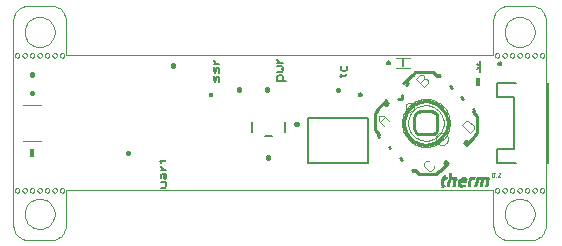
<source format=gto>
G75*
%MOIN*%
%OFA0B0*%
%FSLAX24Y24*%
%IPPOS*%
%LPD*%
%AMOC8*
5,1,8,0,0,1.08239X$1,22.5*
%
%ADD10C,0.0000*%
%ADD11C,0.0050*%
%ADD12C,0.0080*%
%ADD13C,0.0100*%
%ADD14C,0.0020*%
%ADD15C,0.0040*%
%ADD16R,0.0050X0.0305*%
%ADD17C,0.0160*%
%ADD18R,0.0160X0.0280*%
%ADD19R,0.0177X0.0177*%
%ADD20R,0.0100X0.0020*%
%ADD21R,0.0160X0.0020*%
%ADD22R,0.0180X0.0020*%
%ADD23R,0.0240X0.0020*%
%ADD24R,0.0140X0.0020*%
%ADD25R,0.0060X0.0020*%
%ADD26R,0.0120X0.0020*%
%ADD27R,0.0080X0.0020*%
%ADD28R,0.0300X0.0020*%
%ADD29R,0.0200X0.0020*%
%ADD30R,0.0280X0.0020*%
%ADD31R,0.0440X0.0020*%
%ADD32R,0.0220X0.0020*%
%ADD33R,0.0260X0.0020*%
%ADD34R,0.0020X0.0020*%
%ADD35R,0.0040X0.0020*%
D10*
X004943Y002737D02*
X005693Y002737D01*
X005737Y002739D01*
X005780Y002745D01*
X005822Y002754D01*
X005864Y002767D01*
X005904Y002784D01*
X005943Y002804D01*
X005980Y002827D01*
X006014Y002854D01*
X006047Y002883D01*
X006076Y002916D01*
X006103Y002950D01*
X006126Y002987D01*
X006146Y003026D01*
X006163Y003066D01*
X006176Y003108D01*
X006185Y003150D01*
X006191Y003193D01*
X006193Y003237D01*
X006193Y004393D01*
X020443Y004393D01*
X020443Y003237D01*
X020445Y003193D01*
X020451Y003150D01*
X020460Y003108D01*
X020473Y003066D01*
X020490Y003026D01*
X020510Y002987D01*
X020533Y002950D01*
X020560Y002916D01*
X020589Y002883D01*
X020622Y002854D01*
X020656Y002827D01*
X020693Y002804D01*
X020732Y002784D01*
X020772Y002767D01*
X020814Y002754D01*
X020856Y002745D01*
X020899Y002739D01*
X020943Y002737D01*
X021693Y002737D01*
X021737Y002739D01*
X021780Y002745D01*
X021822Y002754D01*
X021864Y002767D01*
X021904Y002784D01*
X021943Y002804D01*
X021980Y002827D01*
X022014Y002854D01*
X022047Y002883D01*
X022076Y002916D01*
X022103Y002950D01*
X022126Y002987D01*
X022146Y003026D01*
X022163Y003066D01*
X022176Y003108D01*
X022185Y003150D01*
X022191Y003193D01*
X022193Y003237D01*
X022193Y010050D01*
X022191Y010094D01*
X022185Y010137D01*
X022176Y010179D01*
X022163Y010221D01*
X022146Y010261D01*
X022126Y010300D01*
X022103Y010337D01*
X022076Y010371D01*
X022047Y010404D01*
X022014Y010433D01*
X021980Y010460D01*
X021943Y010483D01*
X021904Y010503D01*
X021864Y010520D01*
X021822Y010533D01*
X021780Y010542D01*
X021737Y010548D01*
X021693Y010550D01*
X020943Y010550D01*
X020899Y010548D01*
X020856Y010542D01*
X020814Y010533D01*
X020772Y010520D01*
X020732Y010503D01*
X020693Y010483D01*
X020656Y010460D01*
X020622Y010433D01*
X020589Y010404D01*
X020560Y010371D01*
X020533Y010337D01*
X020510Y010300D01*
X020490Y010261D01*
X020473Y010221D01*
X020460Y010179D01*
X020451Y010137D01*
X020445Y010094D01*
X020443Y010050D01*
X020443Y008893D01*
X006193Y008893D01*
X006193Y010050D01*
X006191Y010094D01*
X006185Y010137D01*
X006176Y010179D01*
X006163Y010221D01*
X006146Y010261D01*
X006126Y010300D01*
X006103Y010337D01*
X006076Y010371D01*
X006047Y010404D01*
X006014Y010433D01*
X005980Y010460D01*
X005943Y010483D01*
X005904Y010503D01*
X005864Y010520D01*
X005822Y010533D01*
X005780Y010542D01*
X005737Y010548D01*
X005693Y010550D01*
X004943Y010550D01*
X004899Y010548D01*
X004856Y010542D01*
X004814Y010533D01*
X004772Y010520D01*
X004732Y010503D01*
X004693Y010483D01*
X004656Y010460D01*
X004622Y010433D01*
X004589Y010404D01*
X004560Y010371D01*
X004533Y010337D01*
X004510Y010300D01*
X004490Y010261D01*
X004473Y010221D01*
X004460Y010179D01*
X004451Y010137D01*
X004445Y010094D01*
X004443Y010050D01*
X004443Y003237D01*
X004445Y003193D01*
X004451Y003150D01*
X004460Y003108D01*
X004473Y003066D01*
X004490Y003026D01*
X004510Y002987D01*
X004533Y002950D01*
X004560Y002916D01*
X004589Y002883D01*
X004622Y002854D01*
X004656Y002827D01*
X004693Y002804D01*
X004732Y002784D01*
X004772Y002767D01*
X004814Y002754D01*
X004856Y002745D01*
X004899Y002739D01*
X004943Y002737D01*
X004818Y003612D02*
X004820Y003656D01*
X004826Y003700D01*
X004836Y003743D01*
X004849Y003785D01*
X004866Y003826D01*
X004887Y003865D01*
X004911Y003902D01*
X004938Y003937D01*
X004968Y003969D01*
X005001Y003999D01*
X005037Y004025D01*
X005074Y004049D01*
X005114Y004068D01*
X005155Y004085D01*
X005198Y004097D01*
X005241Y004106D01*
X005285Y004111D01*
X005329Y004112D01*
X005373Y004109D01*
X005417Y004102D01*
X005460Y004091D01*
X005502Y004077D01*
X005542Y004059D01*
X005581Y004037D01*
X005617Y004013D01*
X005651Y003985D01*
X005683Y003954D01*
X005712Y003920D01*
X005738Y003884D01*
X005760Y003846D01*
X005779Y003806D01*
X005794Y003764D01*
X005806Y003722D01*
X005814Y003678D01*
X005818Y003634D01*
X005818Y003590D01*
X005814Y003546D01*
X005806Y003502D01*
X005794Y003460D01*
X005779Y003418D01*
X005760Y003378D01*
X005738Y003340D01*
X005712Y003304D01*
X005683Y003270D01*
X005651Y003239D01*
X005617Y003211D01*
X005581Y003187D01*
X005542Y003165D01*
X005502Y003147D01*
X005460Y003133D01*
X005417Y003122D01*
X005373Y003115D01*
X005329Y003112D01*
X005285Y003113D01*
X005241Y003118D01*
X005198Y003127D01*
X005155Y003139D01*
X005114Y003156D01*
X005074Y003175D01*
X005037Y003199D01*
X005001Y003225D01*
X004968Y003255D01*
X004938Y003287D01*
X004911Y003322D01*
X004887Y003359D01*
X004866Y003398D01*
X004849Y003439D01*
X004836Y003481D01*
X004826Y003524D01*
X004820Y003568D01*
X004818Y003612D01*
X004743Y004393D02*
X004745Y004410D01*
X004750Y004426D01*
X004759Y004440D01*
X004771Y004452D01*
X004785Y004461D01*
X004801Y004466D01*
X004818Y004468D01*
X004835Y004466D01*
X004851Y004461D01*
X004865Y004452D01*
X004877Y004440D01*
X004886Y004426D01*
X004891Y004410D01*
X004893Y004393D01*
X004891Y004376D01*
X004886Y004360D01*
X004877Y004346D01*
X004865Y004334D01*
X004851Y004325D01*
X004835Y004320D01*
X004818Y004318D01*
X004801Y004320D01*
X004785Y004325D01*
X004771Y004334D01*
X004759Y004346D01*
X004750Y004360D01*
X004745Y004376D01*
X004743Y004393D01*
X004493Y004393D02*
X004495Y004410D01*
X004500Y004426D01*
X004509Y004440D01*
X004521Y004452D01*
X004535Y004461D01*
X004551Y004466D01*
X004568Y004468D01*
X004585Y004466D01*
X004601Y004461D01*
X004615Y004452D01*
X004627Y004440D01*
X004636Y004426D01*
X004641Y004410D01*
X004643Y004393D01*
X004641Y004376D01*
X004636Y004360D01*
X004627Y004346D01*
X004615Y004334D01*
X004601Y004325D01*
X004585Y004320D01*
X004568Y004318D01*
X004551Y004320D01*
X004535Y004325D01*
X004521Y004334D01*
X004509Y004346D01*
X004500Y004360D01*
X004495Y004376D01*
X004493Y004393D01*
X004993Y004393D02*
X004995Y004410D01*
X005000Y004426D01*
X005009Y004440D01*
X005021Y004452D01*
X005035Y004461D01*
X005051Y004466D01*
X005068Y004468D01*
X005085Y004466D01*
X005101Y004461D01*
X005115Y004452D01*
X005127Y004440D01*
X005136Y004426D01*
X005141Y004410D01*
X005143Y004393D01*
X005141Y004376D01*
X005136Y004360D01*
X005127Y004346D01*
X005115Y004334D01*
X005101Y004325D01*
X005085Y004320D01*
X005068Y004318D01*
X005051Y004320D01*
X005035Y004325D01*
X005021Y004334D01*
X005009Y004346D01*
X005000Y004360D01*
X004995Y004376D01*
X004993Y004393D01*
X005243Y004393D02*
X005245Y004410D01*
X005250Y004426D01*
X005259Y004440D01*
X005271Y004452D01*
X005285Y004461D01*
X005301Y004466D01*
X005318Y004468D01*
X005335Y004466D01*
X005351Y004461D01*
X005365Y004452D01*
X005377Y004440D01*
X005386Y004426D01*
X005391Y004410D01*
X005393Y004393D01*
X005391Y004376D01*
X005386Y004360D01*
X005377Y004346D01*
X005365Y004334D01*
X005351Y004325D01*
X005335Y004320D01*
X005318Y004318D01*
X005301Y004320D01*
X005285Y004325D01*
X005271Y004334D01*
X005259Y004346D01*
X005250Y004360D01*
X005245Y004376D01*
X005243Y004393D01*
X005493Y004393D02*
X005495Y004410D01*
X005500Y004426D01*
X005509Y004440D01*
X005521Y004452D01*
X005535Y004461D01*
X005551Y004466D01*
X005568Y004468D01*
X005585Y004466D01*
X005601Y004461D01*
X005615Y004452D01*
X005627Y004440D01*
X005636Y004426D01*
X005641Y004410D01*
X005643Y004393D01*
X005641Y004376D01*
X005636Y004360D01*
X005627Y004346D01*
X005615Y004334D01*
X005601Y004325D01*
X005585Y004320D01*
X005568Y004318D01*
X005551Y004320D01*
X005535Y004325D01*
X005521Y004334D01*
X005509Y004346D01*
X005500Y004360D01*
X005495Y004376D01*
X005493Y004393D01*
X005743Y004393D02*
X005745Y004410D01*
X005750Y004426D01*
X005759Y004440D01*
X005771Y004452D01*
X005785Y004461D01*
X005801Y004466D01*
X005818Y004468D01*
X005835Y004466D01*
X005851Y004461D01*
X005865Y004452D01*
X005877Y004440D01*
X005886Y004426D01*
X005891Y004410D01*
X005893Y004393D01*
X005891Y004376D01*
X005886Y004360D01*
X005877Y004346D01*
X005865Y004334D01*
X005851Y004325D01*
X005835Y004320D01*
X005818Y004318D01*
X005801Y004320D01*
X005785Y004325D01*
X005771Y004334D01*
X005759Y004346D01*
X005750Y004360D01*
X005745Y004376D01*
X005743Y004393D01*
X005993Y004393D02*
X005995Y004410D01*
X006000Y004426D01*
X006009Y004440D01*
X006021Y004452D01*
X006035Y004461D01*
X006051Y004466D01*
X006068Y004468D01*
X006085Y004466D01*
X006101Y004461D01*
X006115Y004452D01*
X006127Y004440D01*
X006136Y004426D01*
X006141Y004410D01*
X006143Y004393D01*
X006141Y004376D01*
X006136Y004360D01*
X006127Y004346D01*
X006115Y004334D01*
X006101Y004325D01*
X006085Y004320D01*
X006068Y004318D01*
X006051Y004320D01*
X006035Y004325D01*
X006021Y004334D01*
X006009Y004346D01*
X006000Y004360D01*
X005995Y004376D01*
X005993Y004393D01*
X005993Y008893D02*
X005995Y008910D01*
X006000Y008926D01*
X006009Y008940D01*
X006021Y008952D01*
X006035Y008961D01*
X006051Y008966D01*
X006068Y008968D01*
X006085Y008966D01*
X006101Y008961D01*
X006115Y008952D01*
X006127Y008940D01*
X006136Y008926D01*
X006141Y008910D01*
X006143Y008893D01*
X006141Y008876D01*
X006136Y008860D01*
X006127Y008846D01*
X006115Y008834D01*
X006101Y008825D01*
X006085Y008820D01*
X006068Y008818D01*
X006051Y008820D01*
X006035Y008825D01*
X006021Y008834D01*
X006009Y008846D01*
X006000Y008860D01*
X005995Y008876D01*
X005993Y008893D01*
X005743Y008893D02*
X005745Y008910D01*
X005750Y008926D01*
X005759Y008940D01*
X005771Y008952D01*
X005785Y008961D01*
X005801Y008966D01*
X005818Y008968D01*
X005835Y008966D01*
X005851Y008961D01*
X005865Y008952D01*
X005877Y008940D01*
X005886Y008926D01*
X005891Y008910D01*
X005893Y008893D01*
X005891Y008876D01*
X005886Y008860D01*
X005877Y008846D01*
X005865Y008834D01*
X005851Y008825D01*
X005835Y008820D01*
X005818Y008818D01*
X005801Y008820D01*
X005785Y008825D01*
X005771Y008834D01*
X005759Y008846D01*
X005750Y008860D01*
X005745Y008876D01*
X005743Y008893D01*
X005493Y008893D02*
X005495Y008910D01*
X005500Y008926D01*
X005509Y008940D01*
X005521Y008952D01*
X005535Y008961D01*
X005551Y008966D01*
X005568Y008968D01*
X005585Y008966D01*
X005601Y008961D01*
X005615Y008952D01*
X005627Y008940D01*
X005636Y008926D01*
X005641Y008910D01*
X005643Y008893D01*
X005641Y008876D01*
X005636Y008860D01*
X005627Y008846D01*
X005615Y008834D01*
X005601Y008825D01*
X005585Y008820D01*
X005568Y008818D01*
X005551Y008820D01*
X005535Y008825D01*
X005521Y008834D01*
X005509Y008846D01*
X005500Y008860D01*
X005495Y008876D01*
X005493Y008893D01*
X005243Y008893D02*
X005245Y008910D01*
X005250Y008926D01*
X005259Y008940D01*
X005271Y008952D01*
X005285Y008961D01*
X005301Y008966D01*
X005318Y008968D01*
X005335Y008966D01*
X005351Y008961D01*
X005365Y008952D01*
X005377Y008940D01*
X005386Y008926D01*
X005391Y008910D01*
X005393Y008893D01*
X005391Y008876D01*
X005386Y008860D01*
X005377Y008846D01*
X005365Y008834D01*
X005351Y008825D01*
X005335Y008820D01*
X005318Y008818D01*
X005301Y008820D01*
X005285Y008825D01*
X005271Y008834D01*
X005259Y008846D01*
X005250Y008860D01*
X005245Y008876D01*
X005243Y008893D01*
X004993Y008893D02*
X004995Y008910D01*
X005000Y008926D01*
X005009Y008940D01*
X005021Y008952D01*
X005035Y008961D01*
X005051Y008966D01*
X005068Y008968D01*
X005085Y008966D01*
X005101Y008961D01*
X005115Y008952D01*
X005127Y008940D01*
X005136Y008926D01*
X005141Y008910D01*
X005143Y008893D01*
X005141Y008876D01*
X005136Y008860D01*
X005127Y008846D01*
X005115Y008834D01*
X005101Y008825D01*
X005085Y008820D01*
X005068Y008818D01*
X005051Y008820D01*
X005035Y008825D01*
X005021Y008834D01*
X005009Y008846D01*
X005000Y008860D01*
X004995Y008876D01*
X004993Y008893D01*
X004743Y008893D02*
X004745Y008910D01*
X004750Y008926D01*
X004759Y008940D01*
X004771Y008952D01*
X004785Y008961D01*
X004801Y008966D01*
X004818Y008968D01*
X004835Y008966D01*
X004851Y008961D01*
X004865Y008952D01*
X004877Y008940D01*
X004886Y008926D01*
X004891Y008910D01*
X004893Y008893D01*
X004891Y008876D01*
X004886Y008860D01*
X004877Y008846D01*
X004865Y008834D01*
X004851Y008825D01*
X004835Y008820D01*
X004818Y008818D01*
X004801Y008820D01*
X004785Y008825D01*
X004771Y008834D01*
X004759Y008846D01*
X004750Y008860D01*
X004745Y008876D01*
X004743Y008893D01*
X004493Y008893D02*
X004495Y008910D01*
X004500Y008926D01*
X004509Y008940D01*
X004521Y008952D01*
X004535Y008961D01*
X004551Y008966D01*
X004568Y008968D01*
X004585Y008966D01*
X004601Y008961D01*
X004615Y008952D01*
X004627Y008940D01*
X004636Y008926D01*
X004641Y008910D01*
X004643Y008893D01*
X004641Y008876D01*
X004636Y008860D01*
X004627Y008846D01*
X004615Y008834D01*
X004601Y008825D01*
X004585Y008820D01*
X004568Y008818D01*
X004551Y008820D01*
X004535Y008825D01*
X004521Y008834D01*
X004509Y008846D01*
X004500Y008860D01*
X004495Y008876D01*
X004493Y008893D01*
X004818Y009675D02*
X004820Y009719D01*
X004826Y009763D01*
X004836Y009806D01*
X004849Y009848D01*
X004866Y009889D01*
X004887Y009928D01*
X004911Y009965D01*
X004938Y010000D01*
X004968Y010032D01*
X005001Y010062D01*
X005037Y010088D01*
X005074Y010112D01*
X005114Y010131D01*
X005155Y010148D01*
X005198Y010160D01*
X005241Y010169D01*
X005285Y010174D01*
X005329Y010175D01*
X005373Y010172D01*
X005417Y010165D01*
X005460Y010154D01*
X005502Y010140D01*
X005542Y010122D01*
X005581Y010100D01*
X005617Y010076D01*
X005651Y010048D01*
X005683Y010017D01*
X005712Y009983D01*
X005738Y009947D01*
X005760Y009909D01*
X005779Y009869D01*
X005794Y009827D01*
X005806Y009785D01*
X005814Y009741D01*
X005818Y009697D01*
X005818Y009653D01*
X005814Y009609D01*
X005806Y009565D01*
X005794Y009523D01*
X005779Y009481D01*
X005760Y009441D01*
X005738Y009403D01*
X005712Y009367D01*
X005683Y009333D01*
X005651Y009302D01*
X005617Y009274D01*
X005581Y009250D01*
X005542Y009228D01*
X005502Y009210D01*
X005460Y009196D01*
X005417Y009185D01*
X005373Y009178D01*
X005329Y009175D01*
X005285Y009176D01*
X005241Y009181D01*
X005198Y009190D01*
X005155Y009202D01*
X005114Y009219D01*
X005074Y009238D01*
X005037Y009262D01*
X005001Y009288D01*
X004968Y009318D01*
X004938Y009350D01*
X004911Y009385D01*
X004887Y009422D01*
X004866Y009461D01*
X004849Y009502D01*
X004836Y009544D01*
X004826Y009587D01*
X004820Y009631D01*
X004818Y009675D01*
X017516Y007172D02*
X017518Y007196D01*
X017524Y007219D01*
X017533Y007241D01*
X017546Y007261D01*
X017561Y007279D01*
X017580Y007294D01*
X017601Y007306D01*
X017623Y007314D01*
X017646Y007319D01*
X017670Y007320D01*
X017694Y007317D01*
X017716Y007310D01*
X017738Y007300D01*
X017758Y007287D01*
X017775Y007270D01*
X017789Y007251D01*
X017800Y007230D01*
X017808Y007207D01*
X017812Y007184D01*
X017812Y007160D01*
X017808Y007137D01*
X017800Y007114D01*
X017789Y007093D01*
X017775Y007074D01*
X017758Y007057D01*
X017738Y007044D01*
X017716Y007034D01*
X017694Y007027D01*
X017670Y007024D01*
X017646Y007025D01*
X017623Y007030D01*
X017601Y007038D01*
X017580Y007050D01*
X017561Y007065D01*
X017546Y007083D01*
X017533Y007103D01*
X017524Y007125D01*
X017518Y007148D01*
X017516Y007172D01*
X018515Y006114D02*
X018517Y006142D01*
X018523Y006170D01*
X018532Y006196D01*
X018545Y006222D01*
X018561Y006245D01*
X018581Y006265D01*
X018603Y006283D01*
X018627Y006298D01*
X018653Y006309D01*
X018680Y006317D01*
X018708Y006321D01*
X018736Y006321D01*
X018764Y006317D01*
X018791Y006309D01*
X018817Y006298D01*
X018841Y006283D01*
X018863Y006265D01*
X018883Y006245D01*
X018899Y006222D01*
X018912Y006196D01*
X018921Y006170D01*
X018927Y006142D01*
X018929Y006114D01*
X018927Y006086D01*
X018921Y006058D01*
X018912Y006032D01*
X018899Y006006D01*
X018883Y005983D01*
X018863Y005963D01*
X018841Y005945D01*
X018817Y005930D01*
X018791Y005919D01*
X018764Y005911D01*
X018736Y005907D01*
X018708Y005907D01*
X018680Y005911D01*
X018653Y005919D01*
X018627Y005930D01*
X018603Y005945D01*
X018581Y005963D01*
X018561Y005983D01*
X018545Y006006D01*
X018532Y006032D01*
X018523Y006058D01*
X018517Y006086D01*
X018515Y006114D01*
X020493Y004393D02*
X020495Y004410D01*
X020500Y004426D01*
X020509Y004440D01*
X020521Y004452D01*
X020535Y004461D01*
X020551Y004466D01*
X020568Y004468D01*
X020585Y004466D01*
X020601Y004461D01*
X020615Y004452D01*
X020627Y004440D01*
X020636Y004426D01*
X020641Y004410D01*
X020643Y004393D01*
X020641Y004376D01*
X020636Y004360D01*
X020627Y004346D01*
X020615Y004334D01*
X020601Y004325D01*
X020585Y004320D01*
X020568Y004318D01*
X020551Y004320D01*
X020535Y004325D01*
X020521Y004334D01*
X020509Y004346D01*
X020500Y004360D01*
X020495Y004376D01*
X020493Y004393D01*
X020743Y004393D02*
X020745Y004410D01*
X020750Y004426D01*
X020759Y004440D01*
X020771Y004452D01*
X020785Y004461D01*
X020801Y004466D01*
X020818Y004468D01*
X020835Y004466D01*
X020851Y004461D01*
X020865Y004452D01*
X020877Y004440D01*
X020886Y004426D01*
X020891Y004410D01*
X020893Y004393D01*
X020891Y004376D01*
X020886Y004360D01*
X020877Y004346D01*
X020865Y004334D01*
X020851Y004325D01*
X020835Y004320D01*
X020818Y004318D01*
X020801Y004320D01*
X020785Y004325D01*
X020771Y004334D01*
X020759Y004346D01*
X020750Y004360D01*
X020745Y004376D01*
X020743Y004393D01*
X020993Y004393D02*
X020995Y004410D01*
X021000Y004426D01*
X021009Y004440D01*
X021021Y004452D01*
X021035Y004461D01*
X021051Y004466D01*
X021068Y004468D01*
X021085Y004466D01*
X021101Y004461D01*
X021115Y004452D01*
X021127Y004440D01*
X021136Y004426D01*
X021141Y004410D01*
X021143Y004393D01*
X021141Y004376D01*
X021136Y004360D01*
X021127Y004346D01*
X021115Y004334D01*
X021101Y004325D01*
X021085Y004320D01*
X021068Y004318D01*
X021051Y004320D01*
X021035Y004325D01*
X021021Y004334D01*
X021009Y004346D01*
X021000Y004360D01*
X020995Y004376D01*
X020993Y004393D01*
X021243Y004393D02*
X021245Y004410D01*
X021250Y004426D01*
X021259Y004440D01*
X021271Y004452D01*
X021285Y004461D01*
X021301Y004466D01*
X021318Y004468D01*
X021335Y004466D01*
X021351Y004461D01*
X021365Y004452D01*
X021377Y004440D01*
X021386Y004426D01*
X021391Y004410D01*
X021393Y004393D01*
X021391Y004376D01*
X021386Y004360D01*
X021377Y004346D01*
X021365Y004334D01*
X021351Y004325D01*
X021335Y004320D01*
X021318Y004318D01*
X021301Y004320D01*
X021285Y004325D01*
X021271Y004334D01*
X021259Y004346D01*
X021250Y004360D01*
X021245Y004376D01*
X021243Y004393D01*
X021493Y004393D02*
X021495Y004410D01*
X021500Y004426D01*
X021509Y004440D01*
X021521Y004452D01*
X021535Y004461D01*
X021551Y004466D01*
X021568Y004468D01*
X021585Y004466D01*
X021601Y004461D01*
X021615Y004452D01*
X021627Y004440D01*
X021636Y004426D01*
X021641Y004410D01*
X021643Y004393D01*
X021641Y004376D01*
X021636Y004360D01*
X021627Y004346D01*
X021615Y004334D01*
X021601Y004325D01*
X021585Y004320D01*
X021568Y004318D01*
X021551Y004320D01*
X021535Y004325D01*
X021521Y004334D01*
X021509Y004346D01*
X021500Y004360D01*
X021495Y004376D01*
X021493Y004393D01*
X021743Y004393D02*
X021745Y004410D01*
X021750Y004426D01*
X021759Y004440D01*
X021771Y004452D01*
X021785Y004461D01*
X021801Y004466D01*
X021818Y004468D01*
X021835Y004466D01*
X021851Y004461D01*
X021865Y004452D01*
X021877Y004440D01*
X021886Y004426D01*
X021891Y004410D01*
X021893Y004393D01*
X021891Y004376D01*
X021886Y004360D01*
X021877Y004346D01*
X021865Y004334D01*
X021851Y004325D01*
X021835Y004320D01*
X021818Y004318D01*
X021801Y004320D01*
X021785Y004325D01*
X021771Y004334D01*
X021759Y004346D01*
X021750Y004360D01*
X021745Y004376D01*
X021743Y004393D01*
X021993Y004393D02*
X021995Y004410D01*
X022000Y004426D01*
X022009Y004440D01*
X022021Y004452D01*
X022035Y004461D01*
X022051Y004466D01*
X022068Y004468D01*
X022085Y004466D01*
X022101Y004461D01*
X022115Y004452D01*
X022127Y004440D01*
X022136Y004426D01*
X022141Y004410D01*
X022143Y004393D01*
X022141Y004376D01*
X022136Y004360D01*
X022127Y004346D01*
X022115Y004334D01*
X022101Y004325D01*
X022085Y004320D01*
X022068Y004318D01*
X022051Y004320D01*
X022035Y004325D01*
X022021Y004334D01*
X022009Y004346D01*
X022000Y004360D01*
X021995Y004376D01*
X021993Y004393D01*
X020818Y003612D02*
X020820Y003656D01*
X020826Y003700D01*
X020836Y003743D01*
X020849Y003785D01*
X020866Y003826D01*
X020887Y003865D01*
X020911Y003902D01*
X020938Y003937D01*
X020968Y003969D01*
X021001Y003999D01*
X021037Y004025D01*
X021074Y004049D01*
X021114Y004068D01*
X021155Y004085D01*
X021198Y004097D01*
X021241Y004106D01*
X021285Y004111D01*
X021329Y004112D01*
X021373Y004109D01*
X021417Y004102D01*
X021460Y004091D01*
X021502Y004077D01*
X021542Y004059D01*
X021581Y004037D01*
X021617Y004013D01*
X021651Y003985D01*
X021683Y003954D01*
X021712Y003920D01*
X021738Y003884D01*
X021760Y003846D01*
X021779Y003806D01*
X021794Y003764D01*
X021806Y003722D01*
X021814Y003678D01*
X021818Y003634D01*
X021818Y003590D01*
X021814Y003546D01*
X021806Y003502D01*
X021794Y003460D01*
X021779Y003418D01*
X021760Y003378D01*
X021738Y003340D01*
X021712Y003304D01*
X021683Y003270D01*
X021651Y003239D01*
X021617Y003211D01*
X021581Y003187D01*
X021542Y003165D01*
X021502Y003147D01*
X021460Y003133D01*
X021417Y003122D01*
X021373Y003115D01*
X021329Y003112D01*
X021285Y003113D01*
X021241Y003118D01*
X021198Y003127D01*
X021155Y003139D01*
X021114Y003156D01*
X021074Y003175D01*
X021037Y003199D01*
X021001Y003225D01*
X020968Y003255D01*
X020938Y003287D01*
X020911Y003322D01*
X020887Y003359D01*
X020866Y003398D01*
X020849Y003439D01*
X020836Y003481D01*
X020826Y003524D01*
X020820Y003568D01*
X020818Y003612D01*
X020743Y008893D02*
X020745Y008910D01*
X020750Y008926D01*
X020759Y008940D01*
X020771Y008952D01*
X020785Y008961D01*
X020801Y008966D01*
X020818Y008968D01*
X020835Y008966D01*
X020851Y008961D01*
X020865Y008952D01*
X020877Y008940D01*
X020886Y008926D01*
X020891Y008910D01*
X020893Y008893D01*
X020891Y008876D01*
X020886Y008860D01*
X020877Y008846D01*
X020865Y008834D01*
X020851Y008825D01*
X020835Y008820D01*
X020818Y008818D01*
X020801Y008820D01*
X020785Y008825D01*
X020771Y008834D01*
X020759Y008846D01*
X020750Y008860D01*
X020745Y008876D01*
X020743Y008893D01*
X020493Y008893D02*
X020495Y008910D01*
X020500Y008926D01*
X020509Y008940D01*
X020521Y008952D01*
X020535Y008961D01*
X020551Y008966D01*
X020568Y008968D01*
X020585Y008966D01*
X020601Y008961D01*
X020615Y008952D01*
X020627Y008940D01*
X020636Y008926D01*
X020641Y008910D01*
X020643Y008893D01*
X020641Y008876D01*
X020636Y008860D01*
X020627Y008846D01*
X020615Y008834D01*
X020601Y008825D01*
X020585Y008820D01*
X020568Y008818D01*
X020551Y008820D01*
X020535Y008825D01*
X020521Y008834D01*
X020509Y008846D01*
X020500Y008860D01*
X020495Y008876D01*
X020493Y008893D01*
X020993Y008893D02*
X020995Y008910D01*
X021000Y008926D01*
X021009Y008940D01*
X021021Y008952D01*
X021035Y008961D01*
X021051Y008966D01*
X021068Y008968D01*
X021085Y008966D01*
X021101Y008961D01*
X021115Y008952D01*
X021127Y008940D01*
X021136Y008926D01*
X021141Y008910D01*
X021143Y008893D01*
X021141Y008876D01*
X021136Y008860D01*
X021127Y008846D01*
X021115Y008834D01*
X021101Y008825D01*
X021085Y008820D01*
X021068Y008818D01*
X021051Y008820D01*
X021035Y008825D01*
X021021Y008834D01*
X021009Y008846D01*
X021000Y008860D01*
X020995Y008876D01*
X020993Y008893D01*
X021243Y008893D02*
X021245Y008910D01*
X021250Y008926D01*
X021259Y008940D01*
X021271Y008952D01*
X021285Y008961D01*
X021301Y008966D01*
X021318Y008968D01*
X021335Y008966D01*
X021351Y008961D01*
X021365Y008952D01*
X021377Y008940D01*
X021386Y008926D01*
X021391Y008910D01*
X021393Y008893D01*
X021391Y008876D01*
X021386Y008860D01*
X021377Y008846D01*
X021365Y008834D01*
X021351Y008825D01*
X021335Y008820D01*
X021318Y008818D01*
X021301Y008820D01*
X021285Y008825D01*
X021271Y008834D01*
X021259Y008846D01*
X021250Y008860D01*
X021245Y008876D01*
X021243Y008893D01*
X021493Y008893D02*
X021495Y008910D01*
X021500Y008926D01*
X021509Y008940D01*
X021521Y008952D01*
X021535Y008961D01*
X021551Y008966D01*
X021568Y008968D01*
X021585Y008966D01*
X021601Y008961D01*
X021615Y008952D01*
X021627Y008940D01*
X021636Y008926D01*
X021641Y008910D01*
X021643Y008893D01*
X021641Y008876D01*
X021636Y008860D01*
X021627Y008846D01*
X021615Y008834D01*
X021601Y008825D01*
X021585Y008820D01*
X021568Y008818D01*
X021551Y008820D01*
X021535Y008825D01*
X021521Y008834D01*
X021509Y008846D01*
X021500Y008860D01*
X021495Y008876D01*
X021493Y008893D01*
X021743Y008893D02*
X021745Y008910D01*
X021750Y008926D01*
X021759Y008940D01*
X021771Y008952D01*
X021785Y008961D01*
X021801Y008966D01*
X021818Y008968D01*
X021835Y008966D01*
X021851Y008961D01*
X021865Y008952D01*
X021877Y008940D01*
X021886Y008926D01*
X021891Y008910D01*
X021893Y008893D01*
X021891Y008876D01*
X021886Y008860D01*
X021877Y008846D01*
X021865Y008834D01*
X021851Y008825D01*
X021835Y008820D01*
X021818Y008818D01*
X021801Y008820D01*
X021785Y008825D01*
X021771Y008834D01*
X021759Y008846D01*
X021750Y008860D01*
X021745Y008876D01*
X021743Y008893D01*
X021993Y008893D02*
X021995Y008910D01*
X022000Y008926D01*
X022009Y008940D01*
X022021Y008952D01*
X022035Y008961D01*
X022051Y008966D01*
X022068Y008968D01*
X022085Y008966D01*
X022101Y008961D01*
X022115Y008952D01*
X022127Y008940D01*
X022136Y008926D01*
X022141Y008910D01*
X022143Y008893D01*
X022141Y008876D01*
X022136Y008860D01*
X022127Y008846D01*
X022115Y008834D01*
X022101Y008825D01*
X022085Y008820D01*
X022068Y008818D01*
X022051Y008820D01*
X022035Y008825D01*
X022021Y008834D01*
X022009Y008846D01*
X022000Y008860D01*
X021995Y008876D01*
X021993Y008893D01*
X020818Y009675D02*
X020820Y009719D01*
X020826Y009763D01*
X020836Y009806D01*
X020849Y009848D01*
X020866Y009889D01*
X020887Y009928D01*
X020911Y009965D01*
X020938Y010000D01*
X020968Y010032D01*
X021001Y010062D01*
X021037Y010088D01*
X021074Y010112D01*
X021114Y010131D01*
X021155Y010148D01*
X021198Y010160D01*
X021241Y010169D01*
X021285Y010174D01*
X021329Y010175D01*
X021373Y010172D01*
X021417Y010165D01*
X021460Y010154D01*
X021502Y010140D01*
X021542Y010122D01*
X021581Y010100D01*
X021617Y010076D01*
X021651Y010048D01*
X021683Y010017D01*
X021712Y009983D01*
X021738Y009947D01*
X021760Y009909D01*
X021779Y009869D01*
X021794Y009827D01*
X021806Y009785D01*
X021814Y009741D01*
X021818Y009697D01*
X021818Y009653D01*
X021814Y009609D01*
X021806Y009565D01*
X021794Y009523D01*
X021779Y009481D01*
X021760Y009441D01*
X021738Y009403D01*
X021712Y009367D01*
X021683Y009333D01*
X021651Y009302D01*
X021617Y009274D01*
X021581Y009250D01*
X021542Y009228D01*
X021502Y009210D01*
X021460Y009196D01*
X021417Y009185D01*
X021373Y009178D01*
X021329Y009175D01*
X021285Y009176D01*
X021241Y009181D01*
X021198Y009190D01*
X021155Y009202D01*
X021114Y009219D01*
X021074Y009238D01*
X021037Y009262D01*
X021001Y009288D01*
X020968Y009318D01*
X020938Y009350D01*
X020911Y009385D01*
X020887Y009422D01*
X020866Y009461D01*
X020849Y009502D01*
X020836Y009544D01*
X020826Y009587D01*
X020820Y009631D01*
X020818Y009675D01*
D11*
X015550Y008554D02*
X015550Y008419D01*
X015505Y008374D01*
X015415Y008374D01*
X015370Y008419D01*
X015370Y008554D01*
X015370Y008267D02*
X015370Y008177D01*
X015325Y008222D02*
X015505Y008222D01*
X015550Y008267D01*
X013515Y008052D02*
X013245Y008052D01*
X013245Y008187D01*
X013290Y008232D01*
X013380Y008232D01*
X013425Y008187D01*
X013425Y008052D01*
X013380Y008347D02*
X013245Y008347D01*
X013380Y008347D02*
X013425Y008392D01*
X013380Y008437D01*
X013425Y008482D01*
X013380Y008527D01*
X013245Y008527D01*
X013245Y008642D02*
X013425Y008642D01*
X013335Y008642D02*
X013245Y008732D01*
X013245Y008777D01*
X011300Y008610D02*
X011120Y008610D01*
X011210Y008610D02*
X011120Y008700D01*
X011120Y008745D01*
X011120Y008496D02*
X011120Y008361D01*
X011165Y008316D01*
X011210Y008361D01*
X011210Y008451D01*
X011255Y008496D01*
X011300Y008451D01*
X011300Y008316D01*
X011255Y008201D02*
X011210Y008156D01*
X011210Y008066D01*
X011165Y008021D01*
X011120Y008066D01*
X011120Y008201D01*
X011255Y008201D02*
X011300Y008156D01*
X011300Y008021D01*
X014255Y006800D02*
X016255Y006800D01*
X016255Y005300D01*
X014255Y005300D01*
X014255Y006800D01*
X009543Y005406D02*
X009498Y005361D01*
X009318Y005361D01*
X009363Y005316D02*
X009363Y005406D01*
X009363Y005205D02*
X009363Y005160D01*
X009453Y005070D01*
X009543Y005070D02*
X009363Y005070D01*
X009408Y004956D02*
X009543Y004956D01*
X009543Y004820D01*
X009498Y004775D01*
X009453Y004820D01*
X009453Y004956D01*
X009408Y004956D02*
X009363Y004911D01*
X009363Y004820D01*
X009363Y004661D02*
X009543Y004661D01*
X009543Y004526D01*
X009498Y004481D01*
X009363Y004481D01*
D12*
X012383Y006349D02*
X012383Y006687D01*
X012837Y006199D02*
X013049Y006199D01*
X013503Y006349D02*
X013503Y006687D01*
X015955Y007581D02*
X015957Y007594D01*
X015962Y007607D01*
X015971Y007618D01*
X015982Y007625D01*
X015995Y007630D01*
X016008Y007631D01*
X016022Y007628D01*
X016034Y007622D01*
X016044Y007613D01*
X016051Y007601D01*
X016055Y007588D01*
X016055Y007574D01*
X016051Y007561D01*
X016044Y007549D01*
X016034Y007540D01*
X016022Y007534D01*
X016008Y007531D01*
X015995Y007532D01*
X015982Y007537D01*
X015971Y007544D01*
X015962Y007555D01*
X015957Y007568D01*
X015955Y007581D01*
X016893Y008643D02*
X016895Y008656D01*
X016900Y008669D01*
X016909Y008680D01*
X016920Y008687D01*
X016933Y008692D01*
X016946Y008693D01*
X016960Y008690D01*
X016972Y008684D01*
X016982Y008675D01*
X016989Y008663D01*
X016993Y008650D01*
X016993Y008636D01*
X016989Y008623D01*
X016982Y008611D01*
X016972Y008602D01*
X016960Y008596D01*
X016946Y008593D01*
X016933Y008594D01*
X016920Y008599D01*
X016909Y008606D01*
X016900Y008617D01*
X016895Y008630D01*
X016893Y008643D01*
X019888Y008604D02*
X020004Y008528D01*
X020010Y008518D02*
X019888Y008426D01*
X020010Y008337D02*
X020010Y008518D01*
X020010Y008699D01*
X020612Y008612D02*
X020614Y008625D01*
X020619Y008638D01*
X020628Y008649D01*
X020639Y008656D01*
X020652Y008661D01*
X020665Y008662D01*
X020679Y008659D01*
X020691Y008653D01*
X020701Y008644D01*
X020708Y008632D01*
X020712Y008619D01*
X020712Y008605D01*
X020708Y008592D01*
X020701Y008580D01*
X020691Y008571D01*
X020679Y008565D01*
X020665Y008562D01*
X020652Y008563D01*
X020639Y008568D01*
X020628Y008575D01*
X020619Y008586D01*
X020614Y008599D01*
X020612Y008612D01*
X020571Y007982D02*
X021201Y007982D01*
X020571Y007982D02*
X020571Y007509D01*
X021122Y007509D01*
X021122Y005777D01*
X020571Y005777D01*
X020571Y005305D01*
X021201Y005305D01*
X022264Y005305D02*
X022264Y007982D01*
D13*
X019886Y006880D02*
X019886Y006296D01*
X019792Y006202D01*
X019808Y006187D01*
X019595Y005974D01*
X019603Y005965D02*
X019529Y005892D01*
X019603Y005965D02*
X019522Y006046D01*
X019449Y005973D01*
X018577Y006457D02*
X018577Y006830D01*
X018575Y006856D01*
X018570Y006881D01*
X018562Y006905D01*
X018551Y006929D01*
X018536Y006950D01*
X018519Y006969D01*
X018500Y006986D01*
X018479Y007001D01*
X018455Y007012D01*
X018431Y007020D01*
X018406Y007025D01*
X018380Y007027D01*
X018006Y007027D01*
X017980Y007025D01*
X017955Y007020D01*
X017931Y007012D01*
X017908Y007001D01*
X017886Y006986D01*
X017867Y006969D01*
X017850Y006950D01*
X017835Y006929D01*
X017824Y006905D01*
X017816Y006881D01*
X017811Y006856D01*
X017809Y006830D01*
X017809Y006457D01*
X017811Y006431D01*
X017816Y006406D01*
X017824Y006382D01*
X017835Y006359D01*
X017850Y006337D01*
X017867Y006318D01*
X017886Y006301D01*
X017908Y006286D01*
X017931Y006275D01*
X017955Y006267D01*
X017980Y006262D01*
X018006Y006260D01*
X018006Y006259D02*
X018380Y006259D01*
X018380Y006260D02*
X018406Y006262D01*
X018431Y006267D01*
X018455Y006275D01*
X018479Y006286D01*
X018500Y006301D01*
X018519Y006318D01*
X018536Y006337D01*
X018551Y006359D01*
X018562Y006382D01*
X018570Y006406D01*
X018575Y006431D01*
X018577Y006457D01*
X017469Y006643D02*
X017471Y006696D01*
X017477Y006750D01*
X017487Y006802D01*
X017500Y006854D01*
X017518Y006905D01*
X017539Y006954D01*
X017564Y007001D01*
X017592Y007047D01*
X017623Y007090D01*
X017658Y007131D01*
X017695Y007169D01*
X017736Y007204D01*
X017778Y007236D01*
X017823Y007265D01*
X017870Y007291D01*
X017919Y007313D01*
X017969Y007332D01*
X018021Y007346D01*
X018073Y007357D01*
X018126Y007364D01*
X018180Y007367D01*
X018233Y007366D01*
X018286Y007361D01*
X018339Y007352D01*
X018391Y007339D01*
X018442Y007323D01*
X018492Y007303D01*
X018539Y007279D01*
X018585Y007251D01*
X018629Y007221D01*
X018671Y007187D01*
X018710Y007150D01*
X018746Y007111D01*
X018779Y007069D01*
X018809Y007024D01*
X018835Y006978D01*
X018858Y006929D01*
X018877Y006879D01*
X018893Y006828D01*
X018905Y006776D01*
X018913Y006723D01*
X018917Y006670D01*
X018917Y006616D01*
X018913Y006563D01*
X018905Y006510D01*
X018893Y006458D01*
X018877Y006407D01*
X018858Y006357D01*
X018835Y006308D01*
X018809Y006262D01*
X018779Y006217D01*
X018746Y006175D01*
X018710Y006136D01*
X018671Y006099D01*
X018629Y006065D01*
X018585Y006035D01*
X018539Y006007D01*
X018492Y005983D01*
X018442Y005963D01*
X018391Y005947D01*
X018339Y005934D01*
X018286Y005925D01*
X018233Y005920D01*
X018180Y005919D01*
X018126Y005922D01*
X018073Y005929D01*
X018021Y005940D01*
X017969Y005954D01*
X017919Y005973D01*
X017870Y005995D01*
X017823Y006021D01*
X017778Y006050D01*
X017736Y006082D01*
X017695Y006117D01*
X017658Y006155D01*
X017623Y006196D01*
X017592Y006239D01*
X017564Y006285D01*
X017539Y006332D01*
X017518Y006381D01*
X017500Y006432D01*
X017487Y006484D01*
X017477Y006536D01*
X017471Y006590D01*
X017469Y006643D01*
X016638Y006269D02*
X016500Y006407D01*
X016500Y006991D01*
X016594Y007085D01*
X016578Y007100D01*
X016791Y007313D01*
X016783Y007321D02*
X016864Y007240D01*
X016937Y007314D01*
X016856Y007395D02*
X016783Y007321D01*
X017251Y007426D02*
X017388Y007448D01*
X017410Y007586D01*
X017522Y007899D02*
X017596Y007973D01*
X017523Y008045D01*
X017736Y008258D01*
X017752Y008243D01*
X017845Y008336D01*
X018429Y008336D01*
X018567Y008198D01*
X018619Y008250D01*
X018652Y008216D01*
X018987Y007882D02*
X019056Y007813D01*
X019362Y007506D02*
X019431Y007437D01*
X019766Y007102D02*
X019799Y007069D01*
X019748Y007018D01*
X019886Y006880D01*
X017523Y008045D02*
X017515Y008053D01*
X017441Y007980D01*
X016638Y006269D02*
X016587Y006217D01*
X016620Y006184D01*
X016954Y005850D02*
X017009Y005795D01*
X017344Y005460D02*
X017399Y005405D01*
X017734Y005070D02*
X017767Y005037D01*
X017818Y005089D01*
X017956Y004950D01*
X018541Y004950D01*
X018634Y005044D01*
X018649Y005029D01*
X018862Y005242D01*
X018871Y005233D01*
X018944Y005307D01*
X018862Y005242D02*
X018790Y005314D01*
X018863Y005387D01*
D14*
X017396Y006643D02*
X017398Y006699D01*
X017404Y006755D01*
X017414Y006811D01*
X017428Y006865D01*
X017445Y006919D01*
X017466Y006971D01*
X017491Y007021D01*
X017520Y007070D01*
X017552Y007116D01*
X017586Y007160D01*
X017624Y007202D01*
X017665Y007240D01*
X017709Y007276D01*
X017755Y007309D01*
X017803Y007338D01*
X017853Y007364D01*
X017904Y007386D01*
X017957Y007404D01*
X018012Y007419D01*
X018067Y007430D01*
X018123Y007437D01*
X018179Y007440D01*
X018235Y007439D01*
X018291Y007434D01*
X018347Y007425D01*
X018402Y007412D01*
X018455Y007396D01*
X018508Y007375D01*
X018559Y007351D01*
X018608Y007324D01*
X018655Y007293D01*
X018699Y007259D01*
X018741Y007221D01*
X018781Y007181D01*
X018817Y007138D01*
X018851Y007093D01*
X018881Y007046D01*
X018908Y006996D01*
X018931Y006945D01*
X018950Y006892D01*
X018966Y006838D01*
X018978Y006783D01*
X018986Y006727D01*
X018990Y006671D01*
X018990Y006615D01*
X018986Y006559D01*
X018978Y006503D01*
X018966Y006448D01*
X018950Y006394D01*
X018931Y006341D01*
X018908Y006290D01*
X018881Y006240D01*
X018851Y006193D01*
X018817Y006148D01*
X018781Y006105D01*
X018741Y006065D01*
X018699Y006027D01*
X018655Y005993D01*
X018608Y005962D01*
X018559Y005935D01*
X018508Y005911D01*
X018455Y005890D01*
X018402Y005874D01*
X018347Y005861D01*
X018291Y005852D01*
X018235Y005847D01*
X018179Y005846D01*
X018123Y005849D01*
X018067Y005856D01*
X018012Y005867D01*
X017957Y005882D01*
X017904Y005900D01*
X017853Y005922D01*
X017803Y005948D01*
X017755Y005977D01*
X017709Y006010D01*
X017665Y006046D01*
X017624Y006084D01*
X017586Y006126D01*
X017552Y006170D01*
X017520Y006216D01*
X017491Y006265D01*
X017466Y006315D01*
X017445Y006367D01*
X017428Y006421D01*
X017414Y006475D01*
X017404Y006531D01*
X017398Y006587D01*
X017396Y006643D01*
X017602Y006643D02*
X017604Y006691D01*
X017610Y006739D01*
X017620Y006786D01*
X017633Y006832D01*
X017651Y006877D01*
X017671Y006921D01*
X017696Y006963D01*
X017724Y007002D01*
X017754Y007039D01*
X017788Y007073D01*
X017825Y007105D01*
X017863Y007134D01*
X017904Y007159D01*
X017947Y007181D01*
X017992Y007199D01*
X018038Y007213D01*
X018085Y007224D01*
X018133Y007231D01*
X018181Y007234D01*
X018229Y007233D01*
X018277Y007228D01*
X018325Y007219D01*
X018371Y007207D01*
X018416Y007190D01*
X018460Y007170D01*
X018502Y007147D01*
X018542Y007120D01*
X018580Y007090D01*
X018615Y007057D01*
X018647Y007021D01*
X018677Y006983D01*
X018703Y006942D01*
X018725Y006899D01*
X018745Y006855D01*
X018760Y006810D01*
X018772Y006763D01*
X018780Y006715D01*
X018784Y006667D01*
X018784Y006619D01*
X018780Y006571D01*
X018772Y006523D01*
X018760Y006476D01*
X018745Y006431D01*
X018725Y006387D01*
X018703Y006344D01*
X018677Y006303D01*
X018647Y006265D01*
X018615Y006229D01*
X018580Y006196D01*
X018542Y006166D01*
X018502Y006139D01*
X018460Y006116D01*
X018416Y006096D01*
X018371Y006079D01*
X018325Y006067D01*
X018277Y006058D01*
X018229Y006053D01*
X018181Y006052D01*
X018133Y006055D01*
X018085Y006062D01*
X018038Y006073D01*
X017992Y006087D01*
X017947Y006105D01*
X017904Y006127D01*
X017863Y006152D01*
X017825Y006181D01*
X017788Y006213D01*
X017754Y006247D01*
X017724Y006284D01*
X017696Y006323D01*
X017671Y006365D01*
X017651Y006409D01*
X017633Y006454D01*
X017620Y006500D01*
X017610Y006547D01*
X017604Y006595D01*
X017602Y006643D01*
D15*
X016971Y006702D02*
X016801Y006872D01*
X016631Y006872D01*
X016631Y006702D01*
X016801Y006532D01*
X016674Y006660D02*
X016843Y006830D01*
X018123Y007855D02*
X017868Y008110D01*
X017996Y008237D01*
X018081Y008237D01*
X018123Y008194D01*
X018123Y008110D01*
X017996Y007982D01*
X018123Y007855D02*
X018251Y007982D01*
X018251Y008067D01*
X018208Y008110D01*
X018123Y008110D01*
X017675Y008486D02*
X017211Y008486D01*
X017211Y008801D02*
X017675Y008801D01*
X019527Y006706D02*
X019400Y006578D01*
X019654Y006324D01*
X019782Y006451D01*
X019782Y006536D01*
X019612Y006706D01*
X019527Y006706D01*
X018290Y005383D02*
X018205Y005383D01*
X018120Y005298D01*
X018120Y005214D01*
X018290Y005044D01*
X018375Y005044D01*
X018459Y005129D01*
X018459Y005214D01*
X005363Y006033D02*
X004773Y006033D01*
X004773Y007254D02*
X005363Y007254D01*
D16*
X017413Y008641D03*
D17*
X015255Y007749D02*
X015255Y007725D01*
X013892Y006612D02*
X013868Y006612D01*
X012943Y005499D02*
X012943Y005475D01*
X012880Y007756D02*
X012880Y007780D01*
X011974Y007780D02*
X011974Y007756D01*
X009755Y008538D02*
X009755Y008562D01*
X005068Y008280D02*
X005068Y008256D01*
X005068Y007655D02*
X005068Y007631D01*
X008255Y005655D02*
X008255Y005631D01*
D18*
X005068Y005643D03*
X019943Y008018D03*
D19*
X011038Y007582D03*
D20*
X018813Y004856D03*
X018813Y004836D03*
X018793Y004736D03*
X018793Y004716D03*
X018773Y004696D03*
X018773Y004676D03*
X018773Y004656D03*
X018773Y004636D03*
X018773Y004616D03*
X018753Y004596D03*
X018753Y004576D03*
X018753Y004556D03*
X018773Y004476D03*
X018953Y004496D03*
X018953Y004516D03*
X018953Y004536D03*
X018973Y004556D03*
X018973Y004576D03*
X018973Y004596D03*
X018973Y004616D03*
X018973Y004636D03*
X018993Y004656D03*
X018993Y004676D03*
X018993Y004696D03*
X018993Y004716D03*
X019013Y004816D03*
X019013Y004836D03*
X019033Y004856D03*
X019033Y004876D03*
X019033Y004896D03*
X019033Y004916D03*
X019033Y004936D03*
X019153Y004816D03*
X019193Y004716D03*
X019173Y004696D03*
X019173Y004676D03*
X019173Y004656D03*
X019173Y004636D03*
X019173Y004616D03*
X019153Y004596D03*
X019153Y004576D03*
X019153Y004556D03*
X019153Y004536D03*
X019153Y004516D03*
X019133Y004496D03*
X019313Y004596D03*
X019333Y004636D03*
X019333Y004556D03*
X019393Y004476D03*
X019653Y004496D03*
X019653Y004516D03*
X019653Y004536D03*
X019653Y004556D03*
X019653Y004576D03*
X019673Y004596D03*
X019673Y004616D03*
X019673Y004636D03*
X019673Y004656D03*
X019673Y004676D03*
X019693Y004696D03*
X019693Y004716D03*
X019533Y004716D03*
X019533Y004736D03*
X019473Y004816D03*
X019373Y004736D03*
X019353Y004716D03*
X019893Y004636D03*
X019893Y004616D03*
X019893Y004596D03*
X019893Y004576D03*
X019893Y004556D03*
X019873Y004536D03*
X019873Y004516D03*
X019873Y004496D03*
X019913Y004656D03*
X019913Y004676D03*
X019913Y004696D03*
X019913Y004716D03*
X020073Y004636D03*
X020073Y004616D03*
X020073Y004596D03*
X020073Y004576D03*
X020073Y004556D03*
X020053Y004536D03*
X020053Y004516D03*
X020053Y004496D03*
X020093Y004656D03*
X020093Y004676D03*
X020093Y004696D03*
X020093Y004716D03*
X020253Y004636D03*
X020253Y004616D03*
X020253Y004596D03*
X020253Y004576D03*
X020253Y004556D03*
X020233Y004536D03*
X020233Y004516D03*
X020233Y004496D03*
X020273Y004656D03*
X020273Y004676D03*
X020273Y004696D03*
X020273Y004716D03*
X020273Y004736D03*
X020653Y004796D03*
D21*
X020243Y004796D03*
X019463Y004796D03*
X018783Y004516D03*
X018783Y004496D03*
D22*
X018813Y004776D03*
X018813Y004796D03*
X019393Y004496D03*
X019733Y004736D03*
X019733Y004756D03*
X019733Y004776D03*
X019753Y004796D03*
D23*
X019403Y004536D03*
X019403Y004516D03*
D24*
X019013Y004736D03*
X018773Y004536D03*
X019933Y004736D03*
X020113Y004736D03*
D25*
X019813Y004816D03*
X019493Y004556D03*
X020453Y004796D03*
X020653Y004956D03*
D26*
X019523Y004756D03*
X019383Y004756D03*
X019323Y004576D03*
X019183Y004736D03*
X018803Y004816D03*
D27*
X018823Y004876D03*
X019043Y004956D03*
X019323Y004616D03*
X020083Y004816D03*
X020243Y004816D03*
D28*
X019433Y004696D03*
X019433Y004676D03*
X019433Y004656D03*
D29*
X018803Y004756D03*
D30*
X019103Y004756D03*
X019103Y004776D03*
D31*
X020103Y004776D03*
X020103Y004756D03*
D32*
X019453Y004776D03*
D33*
X019093Y004796D03*
X020013Y004796D03*
D34*
X020413Y004836D03*
X020413Y004856D03*
X020413Y004876D03*
X020413Y004896D03*
X020413Y004916D03*
X020433Y004936D03*
X020493Y004916D03*
X020493Y004896D03*
X020493Y004876D03*
X020493Y004856D03*
X020493Y004836D03*
X020493Y004816D03*
X020433Y004816D03*
X020553Y004796D03*
X020633Y004816D03*
X020653Y004856D03*
X020673Y004876D03*
X020693Y004896D03*
X020693Y004916D03*
X020693Y004936D03*
D35*
X020643Y004836D03*
X020483Y004936D03*
X020463Y004956D03*
M02*

</source>
